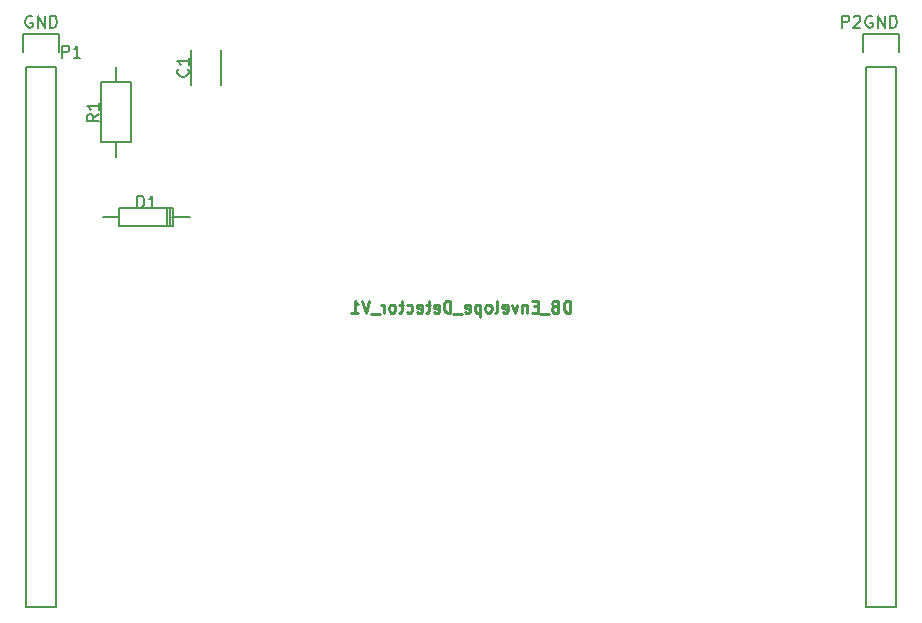
<source format=gbr>
G04 #@! TF.FileFunction,Legend,Top*
%FSLAX46Y46*%
G04 Gerber Fmt 4.6, Leading zero omitted, Abs format (unit mm)*
G04 Created by KiCad (PCBNEW 4.0.3+e1-6302~38~ubuntu16.04.1-stable) date Thu Aug 25 17:11:27 2016*
%MOMM*%
%LPD*%
G01*
G04 APERTURE LIST*
%ADD10C,0.100000*%
%ADD11C,0.250000*%
%ADD12C,0.150000*%
G04 APERTURE END LIST*
D10*
D11*
X175608097Y-127452381D02*
X175608097Y-126452381D01*
X175370002Y-126452381D01*
X175227144Y-126500000D01*
X175131906Y-126595238D01*
X175084287Y-126690476D01*
X175036668Y-126880952D01*
X175036668Y-127023810D01*
X175084287Y-127214286D01*
X175131906Y-127309524D01*
X175227144Y-127404762D01*
X175370002Y-127452381D01*
X175608097Y-127452381D01*
X174274763Y-126928571D02*
X174131906Y-126976190D01*
X174084287Y-127023810D01*
X174036668Y-127119048D01*
X174036668Y-127261905D01*
X174084287Y-127357143D01*
X174131906Y-127404762D01*
X174227144Y-127452381D01*
X174608097Y-127452381D01*
X174608097Y-126452381D01*
X174274763Y-126452381D01*
X174179525Y-126500000D01*
X174131906Y-126547619D01*
X174084287Y-126642857D01*
X174084287Y-126738095D01*
X174131906Y-126833333D01*
X174179525Y-126880952D01*
X174274763Y-126928571D01*
X174608097Y-126928571D01*
X173846192Y-127547619D02*
X173084287Y-127547619D01*
X172846192Y-126928571D02*
X172512858Y-126928571D01*
X172370001Y-127452381D02*
X172846192Y-127452381D01*
X172846192Y-126452381D01*
X172370001Y-126452381D01*
X171941430Y-126785714D02*
X171941430Y-127452381D01*
X171941430Y-126880952D02*
X171893811Y-126833333D01*
X171798573Y-126785714D01*
X171655715Y-126785714D01*
X171560477Y-126833333D01*
X171512858Y-126928571D01*
X171512858Y-127452381D01*
X171131906Y-126785714D02*
X170893811Y-127452381D01*
X170655715Y-126785714D01*
X169893810Y-127404762D02*
X169989048Y-127452381D01*
X170179525Y-127452381D01*
X170274763Y-127404762D01*
X170322382Y-127309524D01*
X170322382Y-126928571D01*
X170274763Y-126833333D01*
X170179525Y-126785714D01*
X169989048Y-126785714D01*
X169893810Y-126833333D01*
X169846191Y-126928571D01*
X169846191Y-127023810D01*
X170322382Y-127119048D01*
X169274763Y-127452381D02*
X169370001Y-127404762D01*
X169417620Y-127309524D01*
X169417620Y-126452381D01*
X168750953Y-127452381D02*
X168846191Y-127404762D01*
X168893810Y-127357143D01*
X168941429Y-127261905D01*
X168941429Y-126976190D01*
X168893810Y-126880952D01*
X168846191Y-126833333D01*
X168750953Y-126785714D01*
X168608095Y-126785714D01*
X168512857Y-126833333D01*
X168465238Y-126880952D01*
X168417619Y-126976190D01*
X168417619Y-127261905D01*
X168465238Y-127357143D01*
X168512857Y-127404762D01*
X168608095Y-127452381D01*
X168750953Y-127452381D01*
X167989048Y-126785714D02*
X167989048Y-127785714D01*
X167989048Y-126833333D02*
X167893810Y-126785714D01*
X167703333Y-126785714D01*
X167608095Y-126833333D01*
X167560476Y-126880952D01*
X167512857Y-126976190D01*
X167512857Y-127261905D01*
X167560476Y-127357143D01*
X167608095Y-127404762D01*
X167703333Y-127452381D01*
X167893810Y-127452381D01*
X167989048Y-127404762D01*
X166703333Y-127404762D02*
X166798571Y-127452381D01*
X166989048Y-127452381D01*
X167084286Y-127404762D01*
X167131905Y-127309524D01*
X167131905Y-126928571D01*
X167084286Y-126833333D01*
X166989048Y-126785714D01*
X166798571Y-126785714D01*
X166703333Y-126833333D01*
X166655714Y-126928571D01*
X166655714Y-127023810D01*
X167131905Y-127119048D01*
X166465238Y-127547619D02*
X165703333Y-127547619D01*
X165465238Y-127452381D02*
X165465238Y-126452381D01*
X165227143Y-126452381D01*
X165084285Y-126500000D01*
X164989047Y-126595238D01*
X164941428Y-126690476D01*
X164893809Y-126880952D01*
X164893809Y-127023810D01*
X164941428Y-127214286D01*
X164989047Y-127309524D01*
X165084285Y-127404762D01*
X165227143Y-127452381D01*
X165465238Y-127452381D01*
X164084285Y-127404762D02*
X164179523Y-127452381D01*
X164370000Y-127452381D01*
X164465238Y-127404762D01*
X164512857Y-127309524D01*
X164512857Y-126928571D01*
X164465238Y-126833333D01*
X164370000Y-126785714D01*
X164179523Y-126785714D01*
X164084285Y-126833333D01*
X164036666Y-126928571D01*
X164036666Y-127023810D01*
X164512857Y-127119048D01*
X163750952Y-126785714D02*
X163370000Y-126785714D01*
X163608095Y-126452381D02*
X163608095Y-127309524D01*
X163560476Y-127404762D01*
X163465238Y-127452381D01*
X163370000Y-127452381D01*
X162655713Y-127404762D02*
X162750951Y-127452381D01*
X162941428Y-127452381D01*
X163036666Y-127404762D01*
X163084285Y-127309524D01*
X163084285Y-126928571D01*
X163036666Y-126833333D01*
X162941428Y-126785714D01*
X162750951Y-126785714D01*
X162655713Y-126833333D01*
X162608094Y-126928571D01*
X162608094Y-127023810D01*
X163084285Y-127119048D01*
X161750951Y-127404762D02*
X161846189Y-127452381D01*
X162036666Y-127452381D01*
X162131904Y-127404762D01*
X162179523Y-127357143D01*
X162227142Y-127261905D01*
X162227142Y-126976190D01*
X162179523Y-126880952D01*
X162131904Y-126833333D01*
X162036666Y-126785714D01*
X161846189Y-126785714D01*
X161750951Y-126833333D01*
X161465237Y-126785714D02*
X161084285Y-126785714D01*
X161322380Y-126452381D02*
X161322380Y-127309524D01*
X161274761Y-127404762D01*
X161179523Y-127452381D01*
X161084285Y-127452381D01*
X160608094Y-127452381D02*
X160703332Y-127404762D01*
X160750951Y-127357143D01*
X160798570Y-127261905D01*
X160798570Y-126976190D01*
X160750951Y-126880952D01*
X160703332Y-126833333D01*
X160608094Y-126785714D01*
X160465236Y-126785714D01*
X160369998Y-126833333D01*
X160322379Y-126880952D01*
X160274760Y-126976190D01*
X160274760Y-127261905D01*
X160322379Y-127357143D01*
X160369998Y-127404762D01*
X160465236Y-127452381D01*
X160608094Y-127452381D01*
X159846189Y-127452381D02*
X159846189Y-126785714D01*
X159846189Y-126976190D02*
X159798570Y-126880952D01*
X159750951Y-126833333D01*
X159655713Y-126785714D01*
X159560474Y-126785714D01*
X159465236Y-127547619D02*
X158703331Y-127547619D01*
X158608093Y-126452381D02*
X158274760Y-127452381D01*
X157941426Y-126452381D01*
X157084283Y-127452381D02*
X157655712Y-127452381D01*
X157369998Y-127452381D02*
X157369998Y-126452381D01*
X157465236Y-126595238D01*
X157560474Y-126690476D01*
X157655712Y-126738095D01*
D12*
X143530000Y-108200000D02*
X143530000Y-105200000D01*
X146030000Y-105200000D02*
X146030000Y-108200000D01*
X135890000Y-113030000D02*
X135890000Y-107950000D01*
X135890000Y-107950000D02*
X138430000Y-107950000D01*
X138430000Y-107950000D02*
X138430000Y-113030000D01*
X138430000Y-113030000D02*
X135890000Y-113030000D01*
X137160000Y-113030000D02*
X137160000Y-114300000D01*
X137160000Y-107950000D02*
X137160000Y-106680000D01*
X137413480Y-119382540D02*
X136016480Y-119382540D01*
X141858480Y-119382540D02*
X143382480Y-119382540D01*
X141477480Y-120144540D02*
X141477480Y-118620540D01*
X141731480Y-120144540D02*
X141731480Y-118620540D01*
X141985480Y-119382540D02*
X141985480Y-118620540D01*
X141985480Y-118620540D02*
X137413480Y-118620540D01*
X137413480Y-118620540D02*
X137413480Y-120144540D01*
X137413480Y-120144540D02*
X141985480Y-120144540D01*
X141985480Y-120144540D02*
X141985480Y-119382540D01*
X129540000Y-106680000D02*
X129540000Y-152400000D01*
X129540000Y-152400000D02*
X132080000Y-152400000D01*
X132080000Y-152400000D02*
X132080000Y-106680000D01*
X129260000Y-103860000D02*
X129260000Y-105410000D01*
X129540000Y-106680000D02*
X132080000Y-106680000D01*
X132360000Y-105410000D02*
X132360000Y-103860000D01*
X132360000Y-103860000D02*
X129260000Y-103860000D01*
X200660000Y-106680000D02*
X200660000Y-152400000D01*
X200660000Y-152400000D02*
X203200000Y-152400000D01*
X203200000Y-152400000D02*
X203200000Y-106680000D01*
X200380000Y-103860000D02*
X200380000Y-105410000D01*
X200660000Y-106680000D02*
X203200000Y-106680000D01*
X203480000Y-105410000D02*
X203480000Y-103860000D01*
X203480000Y-103860000D02*
X200380000Y-103860000D01*
X143232143Y-106846666D02*
X143279762Y-106894285D01*
X143327381Y-107037142D01*
X143327381Y-107132380D01*
X143279762Y-107275238D01*
X143184524Y-107370476D01*
X143089286Y-107418095D01*
X142898810Y-107465714D01*
X142755952Y-107465714D01*
X142565476Y-107418095D01*
X142470238Y-107370476D01*
X142375000Y-107275238D01*
X142327381Y-107132380D01*
X142327381Y-107037142D01*
X142375000Y-106894285D01*
X142422619Y-106846666D01*
X143327381Y-105894285D02*
X143327381Y-106465714D01*
X143327381Y-106180000D02*
X142327381Y-106180000D01*
X142470238Y-106275238D01*
X142565476Y-106370476D01*
X142613095Y-106465714D01*
X135707381Y-110656666D02*
X135231190Y-110990000D01*
X135707381Y-111228095D02*
X134707381Y-111228095D01*
X134707381Y-110847142D01*
X134755000Y-110751904D01*
X134802619Y-110704285D01*
X134897857Y-110656666D01*
X135040714Y-110656666D01*
X135135952Y-110704285D01*
X135183571Y-110751904D01*
X135231190Y-110847142D01*
X135231190Y-111228095D01*
X135707381Y-109704285D02*
X135707381Y-110275714D01*
X135707381Y-109990000D02*
X134707381Y-109990000D01*
X134850238Y-110085238D01*
X134945476Y-110180476D01*
X134993095Y-110275714D01*
X138961905Y-118562381D02*
X138961905Y-117562381D01*
X139200000Y-117562381D01*
X139342858Y-117610000D01*
X139438096Y-117705238D01*
X139485715Y-117800476D01*
X139533334Y-117990952D01*
X139533334Y-118133810D01*
X139485715Y-118324286D01*
X139438096Y-118419524D01*
X139342858Y-118514762D01*
X139200000Y-118562381D01*
X138961905Y-118562381D01*
X140485715Y-118562381D02*
X139914286Y-118562381D01*
X140200000Y-118562381D02*
X140200000Y-117562381D01*
X140104762Y-117705238D01*
X140009524Y-117800476D01*
X139914286Y-117848095D01*
X132611905Y-105862381D02*
X132611905Y-104862381D01*
X132992858Y-104862381D01*
X133088096Y-104910000D01*
X133135715Y-104957619D01*
X133183334Y-105052857D01*
X133183334Y-105195714D01*
X133135715Y-105290952D01*
X133088096Y-105338571D01*
X132992858Y-105386190D01*
X132611905Y-105386190D01*
X134135715Y-105862381D02*
X133564286Y-105862381D01*
X133850000Y-105862381D02*
X133850000Y-104862381D01*
X133754762Y-105005238D01*
X133659524Y-105100476D01*
X133564286Y-105148095D01*
X130048096Y-102370000D02*
X129952858Y-102322381D01*
X129810001Y-102322381D01*
X129667143Y-102370000D01*
X129571905Y-102465238D01*
X129524286Y-102560476D01*
X129476667Y-102750952D01*
X129476667Y-102893810D01*
X129524286Y-103084286D01*
X129571905Y-103179524D01*
X129667143Y-103274762D01*
X129810001Y-103322381D01*
X129905239Y-103322381D01*
X130048096Y-103274762D01*
X130095715Y-103227143D01*
X130095715Y-102893810D01*
X129905239Y-102893810D01*
X130524286Y-103322381D02*
X130524286Y-102322381D01*
X131095715Y-103322381D01*
X131095715Y-102322381D01*
X131571905Y-103322381D02*
X131571905Y-102322381D01*
X131810000Y-102322381D01*
X131952858Y-102370000D01*
X132048096Y-102465238D01*
X132095715Y-102560476D01*
X132143334Y-102750952D01*
X132143334Y-102893810D01*
X132095715Y-103084286D01*
X132048096Y-103179524D01*
X131952858Y-103274762D01*
X131810000Y-103322381D01*
X131571905Y-103322381D01*
X198651905Y-103322381D02*
X198651905Y-102322381D01*
X199032858Y-102322381D01*
X199128096Y-102370000D01*
X199175715Y-102417619D01*
X199223334Y-102512857D01*
X199223334Y-102655714D01*
X199175715Y-102750952D01*
X199128096Y-102798571D01*
X199032858Y-102846190D01*
X198651905Y-102846190D01*
X199604286Y-102417619D02*
X199651905Y-102370000D01*
X199747143Y-102322381D01*
X199985239Y-102322381D01*
X200080477Y-102370000D01*
X200128096Y-102417619D01*
X200175715Y-102512857D01*
X200175715Y-102608095D01*
X200128096Y-102750952D01*
X199556667Y-103322381D01*
X200175715Y-103322381D01*
X201168096Y-102370000D02*
X201072858Y-102322381D01*
X200930001Y-102322381D01*
X200787143Y-102370000D01*
X200691905Y-102465238D01*
X200644286Y-102560476D01*
X200596667Y-102750952D01*
X200596667Y-102893810D01*
X200644286Y-103084286D01*
X200691905Y-103179524D01*
X200787143Y-103274762D01*
X200930001Y-103322381D01*
X201025239Y-103322381D01*
X201168096Y-103274762D01*
X201215715Y-103227143D01*
X201215715Y-102893810D01*
X201025239Y-102893810D01*
X201644286Y-103322381D02*
X201644286Y-102322381D01*
X202215715Y-103322381D01*
X202215715Y-102322381D01*
X202691905Y-103322381D02*
X202691905Y-102322381D01*
X202930000Y-102322381D01*
X203072858Y-102370000D01*
X203168096Y-102465238D01*
X203215715Y-102560476D01*
X203263334Y-102750952D01*
X203263334Y-102893810D01*
X203215715Y-103084286D01*
X203168096Y-103179524D01*
X203072858Y-103274762D01*
X202930000Y-103322381D01*
X202691905Y-103322381D01*
M02*

</source>
